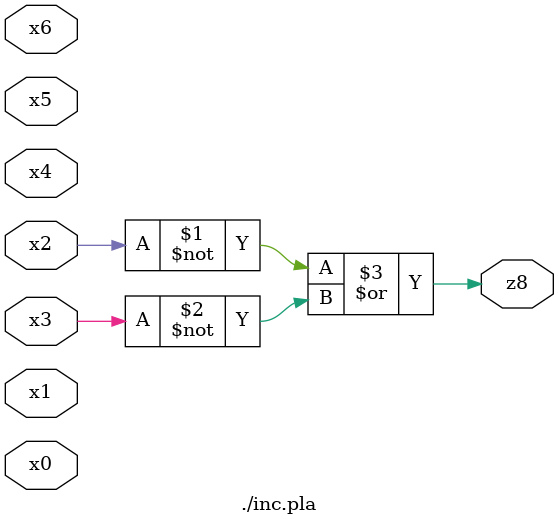
<source format=v>

module \./inc.pla  ( 
    x0, x1, x2, x3, x4, x5, x6,
    z8  );
  input  x0, x1, x2, x3, x4, x5, x6;
  output z8;
  assign z8 = ~x2 | ~x3;
endmodule



</source>
